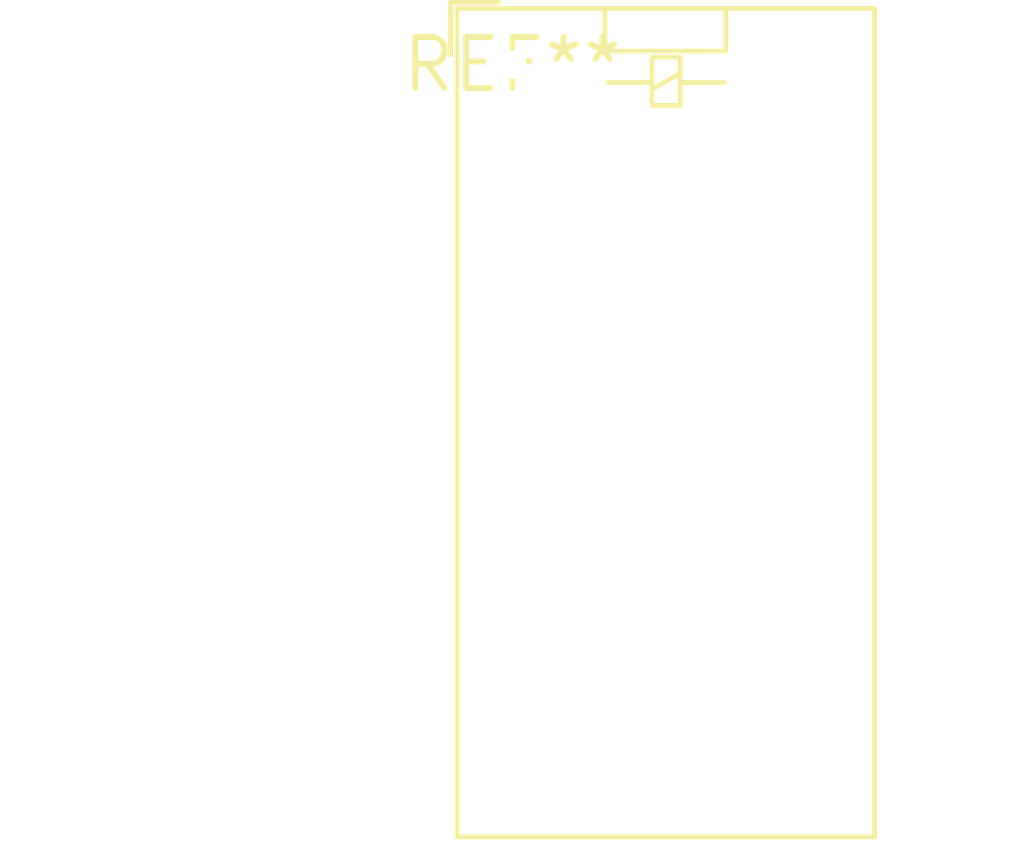
<source format=kicad_pcb>
(kicad_pcb (version 20240108) (generator pcbnew)
  (layers (0 "F.Cu" signal) (31 "B.Cu" signal) (34 "B.Paste" user) (35 "F.Paste" user) (36 "B.SilkS" user "B.Silkscreen") (37 "F.SilkS" user "F.Silkscreen") (38 "B.Mask" user) (39 "F.Mask" user) (44 "Edge.Cuts" user))
  (net 0 "")
  (footprint "Relay_DPDT_Omron_G5V-2" (layer "F.Cu") (at 0 0)
    (property "Reference" "REF**")
    (property "Value" "Relay_DPDT_Omron_G5V-2")
    (fp_line (start -1.54 -1.55) (end -0.33 -1.55) (layer "F.SilkS") (stroke (width 0.12)))
    (fp_line (start -1.54 -0.25) (end -1.54 -1.55) (layer "F.SilkS") (stroke (width 0.12)))
    (fp_line (start -1.38 -1.4) (end -1.38 19.19) (layer "F.SilkS") (stroke (width 0.12)))
    (fp_line (start -1.38 19.19) (end 9 19.19) (layer "F.SilkS") (stroke (width 0.12)))
    (fp_line (start 2.3 -1.4) (end 2.3 -0.36) (layer "F.SilkS") (stroke (width 0.12)))
    (fp_line (start 2.3 -0.34) (end 5.3 -0.34) (layer "F.SilkS") (stroke (width 0.12)))
    (fp_line (start 3.47 -0.19) (end 3.47 1.01) (layer "F.SilkS") (stroke (width 0.12)))
    (fp_line (start 3.47 0.44) (end 2.37 0.44) (layer "F.SilkS") (stroke (width 0.12)))
    (fp_line (start 3.47 0.61) (end 4.17 0.21) (layer "F.SilkS") (stroke (width 0.12)))
    (fp_line (start 3.47 1.01) (end 4.17 1.01) (layer "F.SilkS") (stroke (width 0.12)))
    (fp_line (start 4.17 -0.19) (end 3.47 -0.19) (layer "F.SilkS") (stroke (width 0.12)))
    (fp_line (start 4.17 0.44) (end 5.27 0.44) (layer "F.SilkS") (stroke (width 0.12)))
    (fp_line (start 4.17 1.01) (end 4.17 -0.19) (layer "F.SilkS") (stroke (width 0.12)))
    (fp_line (start 5.3 -0.34) (end 5.3 -1.4) (layer "F.SilkS") (stroke (width 0.12)))
    (fp_line (start 9 -1.4) (end -1.38 -1.4) (layer "F.SilkS") (stroke (width 0.12)))
    (fp_line (start 9 19.19) (end 9 -1.4) (layer "F.SilkS") (stroke (width 0.12)))
    (pad "1" thru_hole rect (at 0 0) (size 1.4 1.4) (drill 0.7) (layers *.Cu *.Mask) (remove_unused_layers))
    (pad "4" thru_hole circle (at 0 7.62) (size 1.4 1.4) (drill 0.7) (layers *.Cu *.Mask) (remove_unused_layers))
    (pad "6" thru_hole circle (at 0 12.7) (size 1.4 1.4) (drill 0.7) (layers *.Cu *.Mask) (remove_unused_layers))
    (pad "8" thru_hole circle (at 0 17.78) (size 1.4 1.4) (drill 0.7) (layers *.Cu *.Mask) (remove_unused_layers))
    (pad "9" thru_hole circle (at 7.62 17.78) (size 1.4 1.4) (drill 0.7) (layers *.Cu *.Mask) (remove_unused_layers))
    (pad "11" thru_hole circle (at 7.62 12.7) (size 1.4 1.4) (drill 0.7) (layers *.Cu *.Mask) (remove_unused_layers))
    (pad "13" thru_hole circle (at 7.62 7.62) (size 1.4 1.4) (drill 0.7) (layers *.Cu *.Mask) (remove_unused_layers))
    (pad "16" thru_hole circle (at 7.62 0) (size 1.4 1.4) (drill 0.7) (layers *.Cu *.Mask) (remove_unused_layers))
  )
)
</source>
